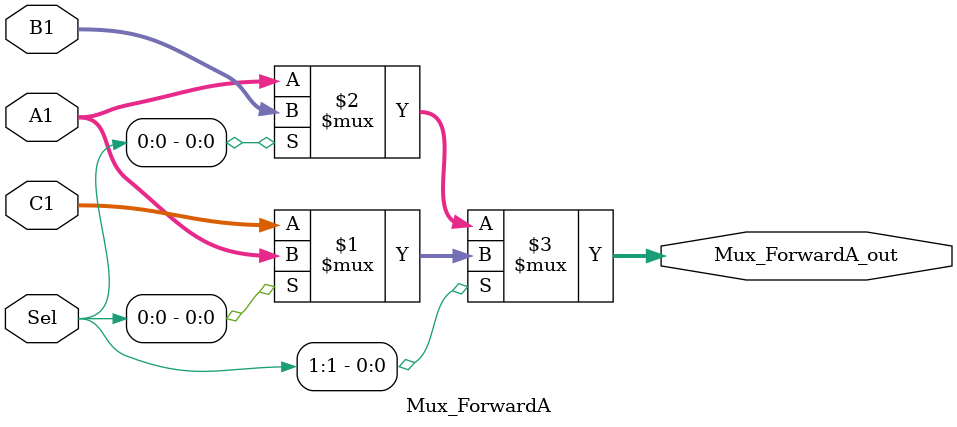
<source format=sv>
module Mux_ForwardA(Sel , A1, B1, C1, Mux_ForwardA_out);
	input [1:0] Sel;
	input [31:0] A1, B1, C1;
	output [31:0] Mux_ForwardA_out;
	
	assign Mux_ForwardA_out = Sel[1] ? (Sel[0] ? A1 : C1) : (Sel[0] ? B1 : A1);
endmodule 
</source>
